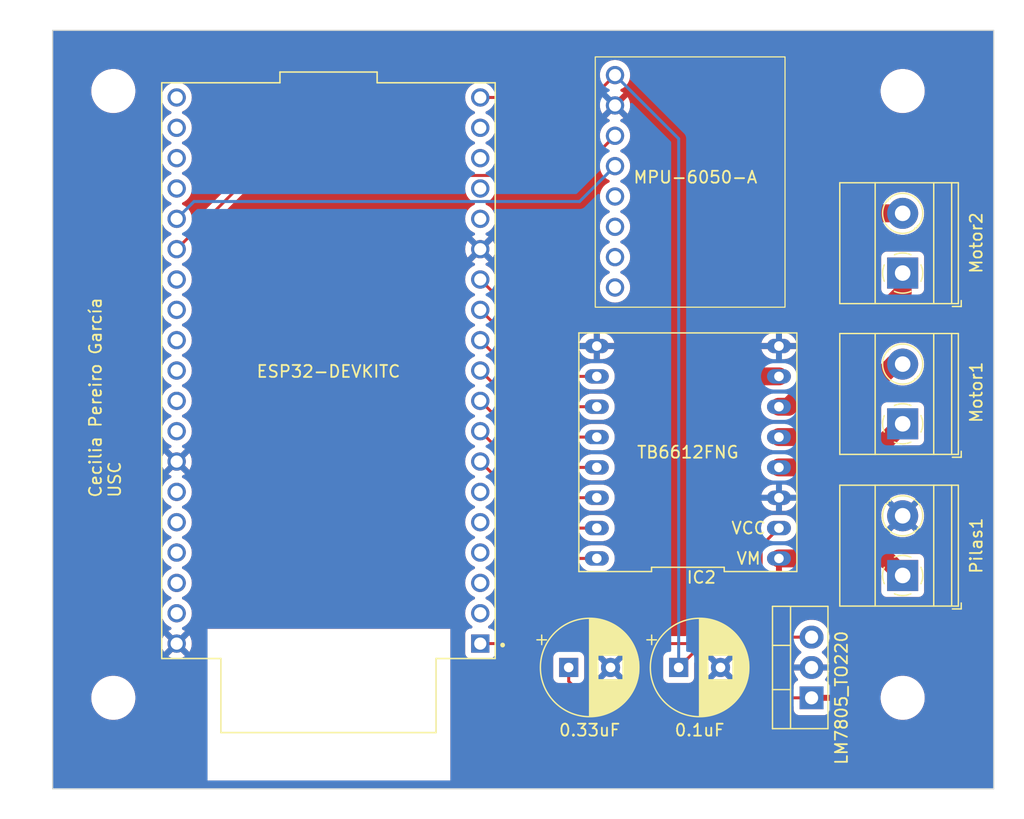
<source format=kicad_pcb>
(kicad_pcb (version 20240108) (generator "pcbnew") (generator_version "8.0")
  (layers (0 "F.Cu" signal) (31 "B.Cu" signal) (34 "B.Paste" user) (35 "F.Paste" user) (36 "B.SilkS" user "B.Silkscreen") (37 "F.SilkS" user "F.Silkscreen") (38 "B.Mask" user) (39 "F.Mask" user) (44 "Edge.Cuts" user))
  (net 0 "")
  (net 1 "Net-(IC2-VM1)")
  (net 2 "GND")
  (net 3 "Net-(U1-VO)")
  (net 4 "Net-(IC2-VCC)")
  (net 5 "AO1")
  (net 6 "AO2")
  (net 7 "BO1")
  (net 8 "BO2")
  (net 9 "PWMA")
  (net 10 "AIN1")
  (net 11 "AIN2")
  (net 12 "STBY")
  (net 13 "BIN1")
  (net 14 "BIN2")
  (net 15 "PWMB")
  (net 23 "Net-(U2-IO0)")
  (net 26 "Net-(U2-IO2)")
  (footprint "Mi_Libreria2:MODULE_ESP32-DEVKITC" (layer "F.Cu") (at 132.3 104.69 180)
    (property "Reference" "U2" (hide yes))
    (property "Value" "ESP32-DEVKITC" (at 0 -0.07 0) (layer "F.SilkS"))
    (pad "1" thru_hole rect (at -12.7 -22.85 180) (size 1.53 1.53) (drill 1.02) (layers "*.Cu" "*.Mask") (net 4 "Net-(IC2-VCC)"))
    (pad "2" thru_hole circle (at -12.7 -20.31 180) (size 1.53 1.53) (drill 1.02) (layers "*.Cu" "*.Mask"))
    (pad "3" thru_hole circle (at -12.7 -17.77 180) (size 1.53 1.53) (drill 1.02) (layers "*.Cu" "*.Mask"))
    (pad "4" thru_hole circle (at -12.7 -15.23 180) (size 1.53 1.53) (drill 1.02) (layers "*.Cu" "*.Mask"))
    (pad "5" thru_hole circle (at -12.7 -12.69 180) (size 1.53 1.53) (drill 1.02) (layers "*.Cu" "*.Mask"))
    (pad "6" thru_hole circle (at -12.7 -10.15 180) (size 1.53 1.53) (drill 1.02) (layers "*.Cu" "*.Mask"))
    (pad "7" thru_hole circle (at -12.7 -7.61 180) (size 1.53 1.53) (drill 1.02) (layers "*.Cu" "*.Mask") (net 9 "PWMA"))
    (pad "8" thru_hole circle (at -12.7 -5.07 180) (size 1.53 1.53) (drill 1.02) (layers "*.Cu" "*.Mask") (net 10 "AIN1"))
    (pad "9" thru_hole circle (at -12.7 -2.53 180) (size 1.53 1.53) (drill 1.02) (layers "*.Cu" "*.Mask") (net 11 "AIN2"))
    (pad "10" thru_hole circle (at -12.7 0.01 180) (size 1.53 1.53) (drill 1.02) (layers "*.Cu" "*.Mask") (net 12 "STBY"))
    (pad "11" thru_hole circle (at -12.7 2.55 180) (size 1.53 1.53) (drill 1.02) (layers "*.Cu" "*.Mask") (net 13 "BIN1"))
    (pad "12" thru_hole circle (at -12.7 5.09 180) (size 1.53 1.53) (drill 1.02) (layers "*.Cu" "*.Mask") (net 14 "BIN2"))
    (pad "13" thru_hole circle (at -12.7 7.63 180) (size 1.53 1.53) (drill 1.02) (layers "*.Cu" "*.Mask") (net 15 "PWMB"))
    (pad "14" thru_hole circle (at -12.7 10.17 180) (size 1.53 1.53) (drill 1.02) (layers "*.Cu" "*.Mask") (net 2 "GND"))
    (pad "15" thru_hole circle (at -12.7 12.71 180) (size 1.53 1.53) (drill 1.02) (layers "*.Cu" "*.Mask"))
    (pad "16" thru_hole circle (at -12.7 15.25 180) (size 1.53 1.53) (drill 1.02) (layers "*.Cu" "*.Mask"))
    (pad "17" thru_hole circle (at -12.7 17.79 180) (size 1.53 1.53) (drill 1.02) (layers "*.Cu" "*.Mask"))
    (pad "18" thru_hole circle (at -12.7 20.33 180) (size 1.53 1.53) (drill 1.02) (layers "*.Cu" "*.Mask"))
    (pad "19" thru_hole circle (at -12.7 22.87 180) (size 1.53 1.53) (drill 1.02) (layers "*.Cu" "*.Mask") (net 3 "Net-(U1-VO)"))
    (pad "20" thru_hole circle (at 12.7 22.87 180) (size 1.53 1.53) (drill 1.02) (layers "*.Cu" "*.Mask"))
    (pad "21" thru_hole circle (at 12.7 20.33 180) (size 1.53 1.53) (drill 1.02) (layers "*.Cu" "*.Mask"))
    (pad "22" thru_hole circle (at 12.7 17.79 180) (size 1.53 1.53) (drill 1.02) (layers "*.Cu" "*.Mask"))
    (pad "23" thru_hole circle (at 12.7 15.25 180) (size 1.53 1.53) (drill 1.02) (layers "*.Cu" "*.Mask"))
    (pad "24" thru_hole circle (at 12.7 12.71 180) (size 1.53 1.53) (drill 1.02) (layers "*.Cu" "*.Mask") (net 26 "Net-(U2-IO2)"))
    (pad "25" thru_hole circle (at 12.7 10.17 180) (size 1.53 1.53) (drill 1.02) (layers "*.Cu" "*.Mask") (net 23 "Net-(U2-IO0)"))
    (pad "26" thru_hole circle (at 12.7 7.63 180) (size 1.53 1.53) (drill 1.02) (layers "*.Cu" "*.Mask"))
    (pad "27" thru_hole circle (at 12.7 5.09 180) (size 1.53 1.53) (drill 1.02) (layers "*.Cu" "*.Mask"))
    (pad "28" thru_hole circle (at 12.7 2.55 180) (size 1.53 1.53) (drill 1.02) (layers "*.Cu" "*.Mask"))
    (pad "29" thru_hole circle (at 12.7 0.01 180) (size 1.53 1.53) (drill 1.02) (layers "*.Cu" "*.Mask"))
    (pad "30" thru_hole circle (at 12.7 -2.53 180) (size 1.53 1.53) (drill 1.02) (layers "*.Cu" "*.Mask"))
    (pad "31" thru_hole circle (at 12.7 -5.07 180) (size 1.53 1.53) (drill 1.02) (layers "*.Cu" "*.Mask"))
    (pad "32" thru_hole circle (at 12.7 -7.61 180) (size 1.53 1.53) (drill 1.02) (layers "*.Cu" "*.Mask") (net 2 "GND"))
    (pad "33" thru_hole circle (at 12.7 -10.15 180) (size 1.53 1.53) (drill 1.02) (layers "*.Cu" "*.Mask"))
    (pad "34" thru_hole circle (at 12.7 -12.69 180) (size 1.53 1.53) (drill 1.02) (layers "*.Cu" "*.Mask"))
    (pad "35" thru_hole circle (at 12.7 -15.23 180) (size 1.53 1.53) (drill 1.02) (layers "*.Cu" "*.Mask"))
    (pad "36" thru_hole circle (at 12.7 -17.77 180) (size 1.53 1.53) (drill 1.02) (layers "*.Cu" "*.Mask"))
    (pad "37" thru_hole circle (at 12.7 -20.31 180) (size 1.53 1.53) (drill 1.02) (layers "*.Cu" "*.Mask"))
    (pad "38" thru_hole circle (at 12.7 -22.85 180) (size 1.53 1.53) (drill 1.02) (layers "*.Cu" "*.Mask") (net 2 "GND"))
  )
  (footprint "Mi_Libreria2:MPU6050" (layer "F.Cu") (at 156.2735 79.9465)
    (property "Reference" "U4")
    (property "Value" "MPU-6050-A" (at 6.7265 8.5535 0) (layer "F.SilkS"))
    (pad "1" thru_hole circle (at 0 0) (size 1.53 1.53) (drill 1.02) (layers "*.Cu" "*.Mask") (net 3 "Net-(U1-VO)"))
    (pad "2" thru_hole circle (at 0 2.54) (size 1.53 1.53) (drill 1.02) (layers "*.Cu" "*.Mask") (net 2 "GND"))
    (pad "3" thru_hole circle (at 0 5.08) (size 1.53 1.53) (drill 1.02) (layers "*.Cu" "*.Mask") (net 23 "Net-(U2-IO0)"))
    (pad "4" thru_hole circle (at 0 7.62) (size 1.53 1.53) (drill 1.02) (layers "*.Cu" "*.Mask") (net 26 "Net-(U2-IO2)"))
    (pad "5" thru_hole circle (at 0 10.16) (size 1.53 1.53) (drill 1.02) (layers "*.Cu" "*.Mask"))
    (pad "6" thru_hole circle (at 0 12.7) (size 1.53 1.53) (drill 1.02) (layers "*.Cu" "*.Mask"))
    (pad "7" thru_hole circle (at 0 15.24) (size 1.53 1.53) (drill 1.02) (layers "*.Cu" "*.Mask"))
    (pad "8" thru_hole circle (at 0 17.78) (size 1.53 1.53) (drill 1.02) (layers "*.Cu" "*.Mask"))
  )
  (footprint "MountingHole:MountingHole_3.2mm_M3" (layer "F.Cu") (at 114.3 132.08)
    (property "Reference" "REF**" (hide yes))
    (property "Value" "MountingHole_3.2mm_M3")
    (pad "" np_thru_hole circle (at 0 0) (size 3.2 3.2) (drill 3.2) (layers "*.Cu" "*.Mask"))
  )
  (footprint "Mi_Libreria2:TB6612FngSparkfun" (layer "F.Cu") (at 161.1 107.71 180)
    (property "Reference" "IC2" (at -2.4 -14.29 180) (layer "F.SilkS"))
    (property "Value" "TB6612FNG" (at -1.27 -3.81 180) (layer "F.SilkS"))
    (fp_text user "VCC" (at -6.35 -10.16 180) (layer "F.SilkS"))
    (fp_text user "VM" (at -6.35 -12.7 180) (layer "F.SilkS"))
    (pad "1" thru_hole oval (at -8.89 -12.7 90) (size 1.2 2) (drill 0.8) (layers "*.Cu" "*.Mask") (net 1 "Net-(IC2-VM1)"))
    (pad "2" thru_hole oval (at -8.89 -10.16 90) (size 1.2 2) (drill 0.8) (layers "*.Cu" "*.Mask") (net 4 "Net-(IC2-VCC)"))
    (pad "3" thru_hole oval (at -8.89 -7.62 90) (size 1.2 2) (drill 0.8) (layers "*.Cu" "*.Mask") (net 2 "GND"))
    (pad "4" thru_hole oval (at -8.89 -5.08 90) (size 1.2 2) (drill 0.8) (layers "*.Cu" "*.Mask") (net 5 "AO1"))
    (pad "5" thru_hole oval (at -8.89 -2.54 90) (size 1.2 2) (drill 0.8) (layers "*.Cu" "*.Mask") (net 6 "AO2"))
    (pad "6" thru_hole oval (at -8.89 0 90) (size 1.2 2) (drill 0.8) (layers "*.Cu" "*.Mask") (net 7 "BO1"))
    (pad "7" thru_hole oval (at -8.89 2.54 90) (size 1.2 2) (drill 0.8) (layers "*.Cu" "*.Mask") (net 8 "BO2"))
    (pad "8" thru_hole oval (at -8.89 5.08 90) (size 1.2 2) (drill 0.8) (layers "*.Cu" "*.Mask") (net 2 "GND"))
    (pad "9" thru_hole oval (at 6.35 5.08 90) (size 1.2 2) (drill 0.8) (layers "*.Cu" "*.Mask") (net 2 "GND"))
    (pad "10" thru_hole oval (at 6.35 2.54 90) (size 1.2 2) (drill 0.8) (layers "*.Cu" "*.Mask") (net 15 "PWMB"))
    (pad "11" thru_hole oval (at 6.35 0 90) (size 1.2 2) (drill 0.8) (layers "*.Cu" "*.Mask") (net 14 "BIN2"))
    (pad "12" thru_hole oval (at 6.35 -2.54 90) (size 1.2 2) (drill 0.8) (layers "*.Cu" "*.Mask") (net 13 "BIN1"))
    (pad "13" thru_hole oval (at 6.35 -5.08 90) (size 1.2 2) (drill 0.8) (layers "*.Cu" "*.Mask") (net 12 "STBY"))
    (pad "14" thru_hole oval (at 6.35 -7.62 90) (size 1.2 2) (drill 0.8) (layers "*.Cu" "*.Mask") (net 11 "AIN2"))
    (pad "15" thru_hole oval (at 6.35 -10.16 90) (size 1.2 2) (drill 0.8) (layers "*.Cu" "*.Mask") (net 10 "AIN1"))
    (pad "16" thru_hole oval (at 6.35 -12.7 90) (size 1.2 2) (drill 0.8) (layers "*.Cu" "*.Mask") (net 9 "PWMA"))
  )
  (footprint "TerminalBlock_Phoenix:TerminalBlock_Phoenix_MKDS-1,5-2_1x02_P5.00mm_Horizontal" (layer "F.Cu") (at 180.34 121.84 90)
    (property "Reference" "Pilas1" (at 2.5 6.16 90) (layer "F.SilkS"))
    (property "Value" "~")
    (pad "1" thru_hole rect (at 0 0 90) (size 2.6 2.6) (drill 1.3) (layers "*.Cu" "*.Mask") (net 1 "Net-(IC2-VM1)"))
    (pad "2" thru_hole circle (at 5 0 90) (size 2.6 2.6) (drill 1.3) (layers "*.Cu" "*.Mask") (net 2 "GND"))
  )
  (footprint "MountingHole:MountingHole_3.2mm_M3" (layer "F.Cu") (at 180.34 132.08)
    (property "Reference" "REF**" (hide yes))
    (property "Value" "MountingHole_3.2mm_M3")
    (pad "" np_thru_hole circle (at 0 0) (size 3.2 3.2) (drill 3.2) (layers "F&B.Cu" "*.Mask"))
  )
  (footprint "Package_TO_SOT_THT:TO-220-3_Vertical" (layer "F.Cu") (at 172.72 132.08 90)
    (property "Reference" "U1")
    (property "Value" "LM7805_TO220" (at 0 2.5 90) (layer "F.SilkS"))
    (pad "1" thru_hole rect (at 0 0 90) (size 1.905 2) (drill 1.1) (layers "*.Cu" "*.Mask") (net 1 "Net-(IC2-VM1)"))
    (pad "2" thru_hole oval (at 2.54 0 90) (size 1.905 2) (drill 1.1) (layers "*.Cu" "*.Mask") (net 2 "GND"))
    (pad "3" thru_hole oval (at 5.08 0 90) (size 1.905 2) (drill 1.1) (layers "*.Cu" "*.Mask") (net 3 "Net-(U1-VO)"))
  )
  (footprint "Capacitor_THT:CP_Radial_D8.0mm_P3.50mm" (layer "F.Cu") (at 161.6 129.54)
    (property "Reference" "C3")
    (property "Value" "0.1uF" (at 1.75 5.25 0) (layer "F.SilkS"))
    (pad "1" thru_hole rect (at 0 0) (size 1.6 1.6) (drill 0.8) (layers "*.Cu" "*.Mask") (net 3 "Net-(U1-VO)"))
    (pad "2" thru_hole circle (at 3.5 0) (size 1.6 1.6) (drill 0.8) (layers "*.Cu" "*.Mask") (net 2 "GND"))
  )
  (footprint "TerminalBlock_Phoenix:TerminalBlock_Phoenix_MKDS-1,5-2_1x02_P5.00mm_Horizontal" (layer "F.Cu") (at 180.34 109.14 90)
    (property "Reference" "Motor1" (at 2.64 6.16 90) (layer "F.SilkS"))
    (property "Value" "~")
    (pad "1" thru_hole rect (at 0 0 90) (size 2.6 2.6) (drill 1.3) (layers "*.Cu" "*.Mask") (net 5 "AO1"))
    (pad "2" thru_hole circle (at 5 0 90) (size 2.6 2.6) (drill 1.3) (layers "*.Cu" "*.Mask") (net 6 "AO2"))
  )
  (footprint "MountingHole:MountingHole_3.2mm_M3" (layer "F.Cu") (at 114.3 81.28)
    (property "Reference" "REF**" (hide yes))
    (property "Value" "MountingHole_3.2mm_M3")
    (pad "" np_thru_hole circle (at 0 0) (size 3.2 3.2) (drill 3.2) (layers "F&B.Cu" "*.Mask"))
  )
  (footprint "Capacitor_THT:CP_Radial_D8.0mm_P3.50mm" (layer "F.Cu") (at 152.4 129.54)
    (property "Reference" "C2")
    (property "Value" "0.33uF" (at 1.75 5.25 0) (layer "F.SilkS"))
    (pad "1" thru_hole rect (at 0 0) (size 1.6 1.6) (drill 0.8) (layers "*.Cu" "*.Mask") (net 1 "Net-(IC2-VM1)"))
    (pad "2" thru_hole circle (at 3.5 0) (size 1.6 1.6) (drill 0.8) (layers "*.Cu" "*.Mask") (net 2 "GND"))
  )
  (footprint "TerminalBlock_Phoenix:TerminalBlock_Phoenix_MKDS-1,5-2_1x02_P5.00mm_Horizontal" (layer "F.Cu") (at 180.34 96.52 90)
    (property "Reference" "Motor2" (at 2.52 6.16 90) (layer "F.SilkS"))
    (property "Value" "~")
    (pad "1" thru_hole rect (at 0 0 90) (size 2.6 2.6) (drill 1.3) (layers "*.Cu" "*.Mask") (net 7 "BO1"))
    (pad "2" thru_hole circle (at 5 0 90) (size 2.6 2.6) (drill 1.3) (layers "*.Cu" "*.Mask") (net 8 "BO2"))
  )
  (footprint "MountingHole:MountingHole_3.2mm_M3" (layer "F.Cu") (at 180.34 81.28)
    (property "Reference" "REF**" (hide yes))
    (property "Value" "MountingHole_3.2mm_M3")
    (pad "" np_thru_hole circle (at 0 0) (size 3.2 3.2) (drill 3.2) (layers "F&B.Cu" "*.Mask"))
  )
  (gr_rect (start 109.22 76.2) (end 187.96 139.7) (stroke (width 0.1)) (fill none) (layer "Edge.Cuts"))
  (gr_text "Cecilia Pereiro García\nUSC" (at 115 115.4 90) (layer "F.SilkS") (effects (font (size 1 1)) (justify left bottom)))
  (segment (start 176.53 127.099) (end 173.891 124.46) (width 0.5) (layer "F.Cu") (net 1))
  (segment (start 153.78 132.08) (end 172.72 132.08) (width 0.25) (layer "F.Cu") (net 1))
  (segment (start 175.26 132.08) (end 176.53 130.81) (width 0.5) (layer "F.Cu") (net 1))
  (segment (start 152.4 129.54) (end 152.4 130.7) (width 0.25) (layer "F.Cu") (net 1))
  (segment (start 172.72 124.46) (end 169.99 121.73) (width 0.5) (layer "F.Cu") (net 1))
  (segment (start 169.99 120.41) (end 178.91 120.41) (width 1.5) (layer "F.Cu") (net 1))
  (segment (start 152.4 130.7) (end 153.78 132.08) (width 0.25) (layer "F.Cu") (net 1))
  (segment (start 172.72 132.08) (end 175.26 132.08) (width 0.5) (layer "F.Cu") (net 1))
  (segment (start 176.53 130.81) (end 176.53 127.099) (width 0.5) (layer "F.Cu") (net 1))
  (segment (start 178.91 120.41) (end 180.34 121.84) (width 1.5) (layer "F.Cu") (net 1))
  (segment (start 173.891 124.46) (end 172.72 124.46) (width 0.5) (layer "F.Cu") (net 1))
  (segment (start 170.217 120.777) (end 170.18 120.74) (width 0.25) (layer "F.Cu") (net 1))
  (segment (start 169.99 121.73) (end 169.99 120.41) (width 0.5) (layer "F.Cu") (net 1))
  (segment (start 145 81.82) (end 154.4 81.82) (width 0.25) (layer "F.Cu") (net 3))
  (segment (start 161.6 129.54) (end 164.14 127) (width 0.25) (layer "F.Cu") (net 3))
  (segment (start 164.14 127) (end 172.72 127) (width 0.25) (layer "F.Cu") (net 3))
  (segment (start 154.4 81.82) (end 156.2735 79.9465) (width 0.25) (layer "F.Cu") (net 3))
  (segment (start 161.6 85.273) (end 161.6 129.54) (width 0.25) (layer "B.Cu") (net 3))
  (segment (start 156.2735 79.9465) (end 161.6 85.273) (width 0.25) (layer "B.Cu") (net 3))
  (segment (start 145 127.54) (end 162.46 127.54) (width 0.25) (layer "F.Cu") (net 4))
  (segment (start 168.5 119.36) (end 169.99 117.87) (width 0.25) (layer "F.Cu") (net 4))
  (segment (start 162.46 127.54) (end 168.5 121.5) (width 0.25) (layer "F.Cu") (net 4))
  (segment (start 168.5 121.5) (end 168.5 119.36) (width 0.25) (layer "F.Cu") (net 4))
  (segment (start 176.69 112.79) (end 180.34 109.14) (width 1.5) (layer "F.Cu") (net 5))
  (segment (start 169.99 112.79) (end 176.69 112.79) (width 1.5) (layer "F.Cu") (net 5))
  (segment (start 173.49 110.25) (end 179.6 104.14) (width 1.5) (layer "F.Cu") (net 6))
  (segment (start 169.99 110.25) (end 173.49 110.25) (width 1.5) (layer "F.Cu") (net 6))
  (segment (start 179.6 104.14) (end 180.34 104.14) (width 1.5) (layer "F.Cu") (net 6))
  (segment (start 180.34 98.16) (end 180.34 96.52) (width 1.5) (layer "F.Cu") (net 7))
  (segment (start 169.99 107.71) (end 170.79 107.71) (width 1.5) (layer "F.Cu") (net 7))
  (segment (start 170.79 107.71) (end 180.34 98.16) (width 1.5) (layer "F.Cu") (net 7))
  (segment (start 167.64 105.17) (end 169.99 105.17) (width 1.5) (layer "F.Cu") (net 8))
  (segment (start 166.75 104.28) (end 167.64 105.17) (width 1.5) (layer "F.Cu") (net 8))
  (segment (start 175.18 91.52) (end 166.75 99.95) (width 1.5) (layer "F.Cu") (net 8))
  (segment (start 180.34 91.52) (end 175.18 91.52) (width 1.5) (layer "F.Cu") (net 8))
  (segment (start 166.75 99.95) (end 166.75 104.28) (width 1.5) (layer "F.Cu") (net 8))
  (segment (start 154.75 120.41) (end 153.11 120.41) (width 0.25) (layer "F.Cu") (net 9))
  (segment (start 153.11 120.41) (end 145 112.3) (width 0.25) (layer "F.Cu") (net 9))
  (segment (start 153.11 117.87) (end 145 109.76) (width 0.25) (layer "F.Cu") (net 10))
  (segment (start 154.75 117.87) (end 153.11 117.87) (width 0.25) (layer "F.Cu") (net 10))
  (segment (start 154.75 115.33) (end 153.11 115.33) (width 0.25) (layer "F.Cu") (net 11))
  (segment (start 153.11 115.33) (end 145 107.22) (width 0.25) (layer "F.Cu") (net 11))
  (segment (start 153.11 112.79) (end 145 104.68) (width 0.25) (layer "F.Cu") (net 12))
  (segment (start 154.75 112.79) (end 153.11 112.79) (width 0.25) (layer "F.Cu") (net 12))
  (segment (start 153.11 110.25) (end 145 102.14) (width 0.25) (layer "F.Cu") (net 13))
  (segment (start 154.75 110.25) (end 153.11 110.25) (width 0.25) (layer "F.Cu") (net 13))
  (segment (start 153.11 107.71) (end 154.75 107.71) (width 0.25) (layer "F.Cu") (net 14))
  (segment (start 145 99.6) (end 153.11 107.71) (width 0.25) (layer "F.Cu") (net 14))
  (segment (start 154.75 105.17) (end 153.11 105.17) (width 0.25) (layer "F.Cu") (net 15))
  (segment (start 153.11 105.17) (end 145 97.06) (width 0.25) (layer "F.Cu") (net 15))
  (segment (start 156.2735 85.0265) (end 152.95 88.35) (width 0.25) (layer "F.Cu") (net 23))
  (segment (start 152.95 88.35) (end 125.77 88.35) (width 0.25) (layer "F.Cu") (net 23))
  (segment (start 125.77 88.35) (end 119.6 94.52) (width 0.25) (layer "F.Cu") (net 23))
  (segment (start 156.2735 87.5665) (end 153.31 90.53) (width 0.25) (layer "B.Cu") (net 26))
  (segment (start 121.05 90.53) (end 119.6 91.98) (width 0.25) (layer "B.Cu") (net 26))
  (segment (start 153.31 90.53) (end 121.05 90.53) (width 0.25) (layer "B.Cu") (net 26))
  (zone (net 0) (net_name "") (layers "F&B.Cu") (connect_pads (clearance 0)) (min_thickness 0.25)
    (keepout (tracks not_allowed) (vias not_allowed) (pads not_allowed) (copperpour not_allowed) (footprints allowed))
    (fill (thermal_gap 0.5) (thermal_bridge_width 0.5))
    (polygon (pts (xy 122.18 126.3) (xy 142.5 126.3) (xy 142.5 139) (xy 122.18 139)))
  )
  (zone (net 2) (net_name "GND") (layers "F&B.Cu") (connect_pads (clearance 0.5)) (min_thickness 0.25) (fill yes (thermal_gap 0.5) (thermal_bridge_width 0.5))
    (polygon (pts (xy 106.68 73.66) (xy 190.5 73.66) (xy 190.5 142.24) (xy 106.68 142.24)))
  )
)
</source>
